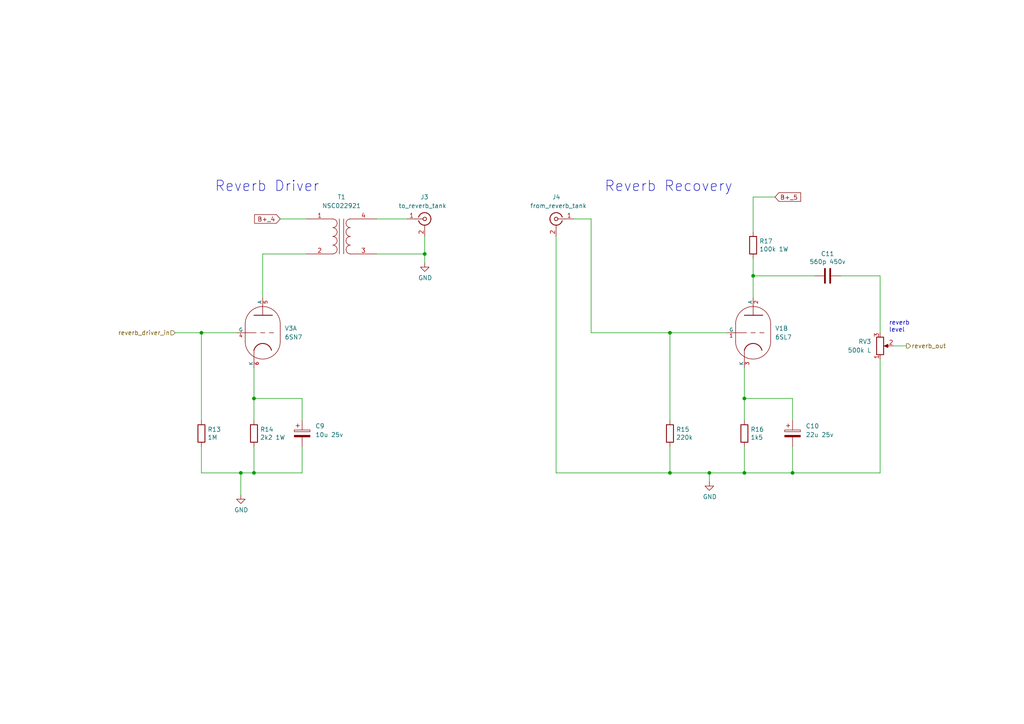
<source format=kicad_sch>
(kicad_sch (version 20211123) (generator eeschema)
  (paper "A4")
  (title_block (title "cf 12 watt class AB tube amp") (date "2022-01-03") (rev "0") (comment 1 "creativecommons.org/licenses/by/4.0/") (comment 2 "License: CC by 4.0") (comment 3 "Author: Jordan Aceto"))
  (lib_symbols
    (symbol "Connector:Conn_Coaxial" (pin_names (offset 1.016) hide)
      (property "Reference" "J" (at 0.254 3.048 0))
      (property "Value" "Conn_Coaxial" (at 2.921 0 90))
      (symbol "Conn_Coaxial_0_1"
        (arc (start -1.778 -0.508) (mid 0.222 -1.808) (end 1.778 0) (stroke (width 0.254)))
        (polyline (pts (xy -2.54 0) (xy -0.508 0)))
        (polyline (pts (xy 0 -2.54) (xy 0 -1.778)))
        (circle (center 0 0) (radius 0.508) (stroke (width 0.2032)))
        (arc (start 1.778 0) (mid 0.222 1.8083) (end -1.778 0.508) (stroke (width 0.254)))
      )
      (symbol "Conn_Coaxial_1_1"
        (pin passive line (at -5.08 0 0) (length 2.54) (name "In") (number "1"))
        (pin passive line (at 0 -5.08 90) (length 2.54) (name "Ext") (number "2"))
      )
    )
    (symbol "Device:C" (pin_numbers hide) (pin_names (offset 0.254))
      (property "Reference" "C" (at 0.635 2.54 0))
      (property "Value" "C" (at 0.635 -2.54 0))
      (symbol "C_0_1"
        (polyline (pts (xy -2.032 -0.762) (xy 2.032 -0.762)) (stroke (width 0.508)))
        (polyline (pts (xy -2.032 0.762) (xy 2.032 0.762)) (stroke (width 0.508)))
      )
      (symbol "C_1_1"
        (pin passive line (at 0 3.81 270) (length 2.794) (name "~") (number "1"))
        (pin passive line (at 0 -3.81 90) (length 2.794) (name "~") (number "2"))
      )
    )
    (symbol "Device:C_Polarized" (pin_numbers hide) (pin_names (offset 0.254))
      (property "Reference" "C" (at 0.635 2.54 0))
      (property "Value" "C_Polarized" (at 0.635 -2.54 0))
      (symbol "C_Polarized_0_1"
        (rectangle (start -2.286 0.508) (end 2.286 1.016))
        (polyline (pts (xy -1.778 2.286) (xy -0.762 2.286)))
        (polyline (pts (xy -1.27 2.794) (xy -1.27 1.778)))
        (rectangle (start 2.286 -0.508) (end -2.286 -1.016) (fill (type outline)))
      )
      (symbol "C_Polarized_1_1"
        (pin passive line (at 0 3.81 270) (length 2.794) (name "~") (number "1"))
        (pin passive line (at 0 -3.81 90) (length 2.794) (name "~") (number "2"))
      )
    )
    (symbol "Device:R" (pin_numbers hide) (pin_names (offset 0))
      (property "Reference" "R" (at 2.032 0 90))
      (property "Value" "R" (at 0 0 90))
      (symbol "R_0_1"
        (rectangle (start -1.016 -2.54) (end 1.016 2.54) (stroke (width 0.254)))
      )
      (symbol "R_1_1"
        (pin passive line (at 0 3.81 270) (length 1.27) (name "~") (number "1"))
        (pin passive line (at 0 -3.81 90) (length 1.27) (name "~") (number "2"))
      )
    )
    (symbol "Device:R_Potentiometer" (pin_names (offset 1.016) hide)
      (property "Reference" "RV" (at -4.445 0 90))
      (property "Value" "R_Potentiometer" (at -2.54 0 90))
      (symbol "R_Potentiometer_0_1"
        (polyline (pts (xy 2.54 0) (xy 1.524 0)))
        (polyline (pts (xy 1.143 0) (xy 2.286 0.508) (xy 2.286 -0.508) (xy 1.143 0)) (fill (type outline)))
        (rectangle (start 1.016 2.54) (end -1.016 -2.54) (stroke (width 0.254)))
      )
      (symbol "R_Potentiometer_1_1"
        (pin passive line (at 0 3.81 270) (length 1.27) (name "1") (number "1"))
        (pin passive line (at 3.81 0 180) (length 1.27) (name "2") (number "2"))
        (pin passive line (at 0 -3.81 90) (length 1.27) (name "3") (number "3"))
      )
    )
    (symbol "Device:Transformer_1P_1S" (pin_names (offset 1.016) hide)
      (property "Reference" "T" (at 0 6.35 0))
      (property "Value" "Transformer_1P_1S" (at 0 -7.62 0))
      (symbol "Transformer_1P_1S_0_1"
        (arc (start -2.54 -5.0546) (mid -1.6561 -4.6863) (end -1.27 -3.81))
        (arc (start -2.54 -2.5146) (mid -1.6561 -2.1463) (end -1.27 -1.27))
        (arc (start -2.54 0.0254) (mid -1.6561 0.3937) (end -1.27 1.27))
        (arc (start -2.54 2.5654) (mid -1.6561 2.9337) (end -1.27 3.81))
        (arc (start -1.27 -3.81) (mid -1.642 -2.912) (end -2.54 -2.54))
        (arc (start -1.27 -1.27) (mid -1.642 -0.372) (end -2.54 0))
        (arc (start -1.27 1.27) (mid -1.642 2.168) (end -2.54 2.54))
        (arc (start -1.27 3.81) (mid -1.642 4.708) (end -2.54 5.08))
        (polyline (pts (xy -0.635 5.08) (xy -0.635 -5.08)))
        (polyline (pts (xy 0.635 -5.08) (xy 0.635 5.08)))
        (arc (start 1.2954 -1.27) (mid 1.6599 -2.1501) (end 2.54 -2.5146))
        (arc (start 1.2954 1.27) (mid 1.6599 0.3899) (end 2.54 0.0254))
        (arc (start 1.2954 3.81) (mid 1.6599 2.9299) (end 2.54 2.5654))
        (arc (start 1.3208 -3.81) (mid 1.6853 -4.6901) (end 2.5654 -5.0546))
        (arc (start 2.54 0) (mid 1.6456 -0.3683) (end 1.2954 -1.27))
        (arc (start 2.54 2.54) (mid 1.6456 2.1717) (end 1.2954 1.27))
        (arc (start 2.54 5.08) (mid 1.6456 4.7117) (end 1.2954 3.81))
        (arc (start 2.5654 -2.54) (mid 1.671 -2.9083) (end 1.3208 -3.81))
      )
      (symbol "Transformer_1P_1S_1_1"
        (pin passive line (at -10.16 5.08 0) (length 7.62) (name "AA") (number "1"))
        (pin passive line (at -10.16 -5.08 0) (length 7.62) (name "AB") (number "2"))
        (pin passive line (at 10.16 -5.08 180) (length 7.62) (name "SA") (number "3"))
        (pin passive line (at 10.16 5.08 180) (length 7.62) (name "SB") (number "4"))
      )
    )
    (symbol "custom_symbols:6SN7" (pin_names (offset 0))
      (property "Reference" "U" (at 3.302 7.874 0))
      (property "Value" "6SN7" (at 8.89 -7.62 0))
      (symbol "6SN7_0_1"
        (arc (start -5.08 -2.54) (mid 0 -7.62) (end 5.08 -2.54))
        (polyline (pts (xy 5.08 2.54) (xy 5.08 -2.54)))
        (polyline (pts (xy -5.08 2.54) (xy -5.08 -2.54) (xy -5.08 -2.54)))
        (arc (start 5.08 2.54) (mid 0 7.62) (end -5.08 2.54))
      )
      (symbol "6SN7_1_0"
        (polyline (pts (xy -2.54 -5.08) (xy -2.54 -7.62)))
        (polyline (pts (xy 0 5.08) (xy 0 7.62)))
      )
      (symbol "6SN7_1_1"
        (polyline (pts (xy -5.08 0) (xy -3.175 0)))
        (polyline (pts (xy -1.905 0) (xy -3.175 0)) (stroke (width 0.1524)))
        (polyline (pts (xy -0.635 0) (xy 0.635 0)) (stroke (width 0.1524)))
        (polyline (pts (xy 1.905 0) (xy 3.175 0)) (stroke (width 0.1524)))
        (polyline (pts (xy -2.54 5.08) (xy 2.794 5.08) (xy 2.794 5.08)) (stroke (width 0.254)))
        (arc (start 2.54 -5.08) (mid 0 -3.0968) (end -2.54 -5.08) (stroke (width 0.254)))
        (pin input line (at -7.62 0 0) (length 2.54) (name "G") (number "4"))
        (pin output line (at 0 10.16 270) (length 2.54) (name "A") (number "5"))
        (pin bidirectional line (at -2.54 -10.16 90) (length 2.54) (name "K") (number "6"))
      )
      (symbol "6SN7_2_0"
        (polyline (pts (xy -2.54 -5.08) (xy -2.54 -7.62)))
        (polyline (pts (xy 0 5.08) (xy 0 7.62)))
      )
      (symbol "6SN7_2_1"
        (polyline (pts (xy -5.08 0) (xy -3.175 0)))
        (polyline (pts (xy -1.905 0) (xy -3.175 0)) (stroke (width 0.1524)))
        (polyline (pts (xy -0.635 0) (xy 0.635 0)) (stroke (width 0.1524)))
        (polyline (pts (xy 1.905 0) (xy 3.175 0)) (stroke (width 0.1524)))
        (polyline (pts (xy -2.54 5.08) (xy 2.794 5.08) (xy 2.794 5.08)) (stroke (width 0.254)))
        (arc (start 2.54 -5.08) (mid 0 -3.0968) (end -2.54 -5.08) (stroke (width 0.254)))
        (pin input line (at -7.62 0 0) (length 2.54) (name "G") (number "1"))
        (pin output line (at 0 10.16 270) (length 2.54) (name "A") (number "2"))
        (pin bidirectional line (at -2.54 -10.16 90) (length 2.54) (name "K") (number "3"))
      )
      (symbol "6SN7_3_1"
        (arc (start 1.27 -6.35) (mid 0 -5.5651) (end -1.27 -6.35))
        (pin passive line (at -1.27 -11.43 90) (length 5.08) (name "F1") (number "7"))
        (pin passive line (at 1.27 -11.43 90) (length 5.08) (name "F2") (number "8"))
      )
    )
    (symbol "power:GND" (power) (pin_names (offset 0))
      (property "Value" "GND" (at 0 -3.81 0))
      (symbol "GND_0_1"
        (polyline (pts (xy 0 0) (xy 0 -1.27) (xy 1.27 -1.27) (xy 0 -2.54) (xy -1.27 -1.27) (xy 0 -1.27)))
      )
      (symbol "GND_1_1"
        (pin power_in line (at 0 0 270) (length 0) hide (name "GND") (number "1"))
      )
    )
  )
  (junction (at 73.66 137.16))
  (junction (at 123.19 73.66))
  (junction (at 58.42 96.52))
  (junction (at 229.87 137.16))
  (junction (at 194.31 137.16))
  (junction (at 69.85 137.16))
  (junction (at 73.66 115.57))
  (junction (at 218.44 80.01))
  (junction (at 205.74 137.16))
  (junction (at 194.31 96.52))
  (junction (at 215.9 137.16))
  (junction (at 215.9 115.57))
  (wire (pts (xy 73.66 137.16) (xy 87.63 137.16)))
  (wire (pts (xy 171.45 96.52) (xy 194.31 96.52)))
  (wire (pts (xy 118.11 63.5) (xy 109.22 63.5)))
  (wire (pts (xy 87.63 121.92) (xy 87.63 115.57)))
  (wire (pts (xy 229.87 121.92) (xy 229.87 115.57)))
  (wire (pts (xy 73.66 115.57) (xy 73.66 121.92)))
  (wire (pts (xy 123.19 73.66) (xy 123.19 68.58)))
  (wire (pts (xy 50.8 96.52) (xy 58.42 96.52)))
  (wire (pts (xy 205.74 137.16) (xy 205.74 139.7)))
  (wire (pts (xy 161.29 137.16) (xy 194.31 137.16)))
  (wire (pts (xy 259.08 100.33) (xy 262.89 100.33)))
  (wire (pts (xy 218.44 57.15) (xy 218.44 67.31)))
  (wire (pts (xy 58.42 121.92) (xy 58.42 96.52)))
  (wire (pts (xy 171.45 63.5) (xy 171.45 96.52)))
  (wire (pts (xy 194.31 129.54) (xy 194.31 137.16)))
  (wire (pts (xy 58.42 129.54) (xy 58.42 137.16)))
  (wire (pts (xy 205.74 137.16) (xy 215.9 137.16)))
  (wire (pts (xy 76.2 73.66) (xy 88.9 73.66)))
  (wire (pts (xy 215.9 106.68) (xy 215.9 115.57)))
  (wire (pts (xy 194.31 96.52) (xy 210.82 96.52)))
  (wire (pts (xy 69.85 143.51) (xy 69.85 137.16)))
  (wire (pts (xy 229.87 137.16) (xy 229.87 129.54)))
  (wire (pts (xy 255.27 137.16) (xy 229.87 137.16)))
  (wire (pts (xy 58.42 96.52) (xy 68.58 96.52)))
  (wire (pts (xy 73.66 129.54) (xy 73.66 137.16)))
  (wire (pts (xy 166.37 63.5) (xy 171.45 63.5)))
  (wire (pts (xy 69.85 137.16) (xy 73.66 137.16)))
  (wire (pts (xy 218.44 74.93) (xy 218.44 80.01)))
  (wire (pts (xy 255.27 96.52) (xy 255.27 80.01)))
  (wire (pts (xy 58.42 137.16) (xy 69.85 137.16)))
  (wire (pts (xy 224.79 57.15) (xy 218.44 57.15)))
  (wire (pts (xy 123.19 73.66) (xy 123.19 76.2)))
  (wire (pts (xy 194.31 121.92) (xy 194.31 96.52)))
  (wire (pts (xy 236.22 80.01) (xy 218.44 80.01)))
  (wire (pts (xy 81.28 63.5) (xy 88.9 63.5)))
  (wire (pts (xy 161.29 68.58) (xy 161.29 137.16)))
  (wire (pts (xy 218.44 80.01) (xy 218.44 86.36)))
  (wire (pts (xy 109.22 73.66) (xy 123.19 73.66)))
  (wire (pts (xy 87.63 115.57) (xy 73.66 115.57)))
  (wire (pts (xy 76.2 86.36) (xy 76.2 73.66)))
  (wire (pts (xy 215.9 121.92) (xy 215.9 115.57)))
  (wire (pts (xy 87.63 137.16) (xy 87.63 129.54)))
  (wire (pts (xy 215.9 129.54) (xy 215.9 137.16)))
  (wire (pts (xy 215.9 137.16) (xy 229.87 137.16)))
  (wire (pts (xy 255.27 80.01) (xy 243.84 80.01)))
  (wire (pts (xy 73.66 106.68) (xy 73.66 115.57)))
  (wire (pts (xy 255.27 104.14) (xy 255.27 137.16)))
  (wire (pts (xy 194.31 137.16) (xy 205.74 137.16)))
  (wire (pts (xy 229.87 115.57) (xy 215.9 115.57)))
  (text "Reverb Recovery" (at 175.26 55.88 0) (effects (font (size 2.9972 2.9972)) (justify left bottom)))
  (text "reverb\nlevel" (at 257.81 96.52 0) (effects (font (size 1.27 1.27)) (justify left bottom)))
  (text "Reverb Driver" (at 62.23 55.88 0) (effects (font (size 2.9972 2.9972)) (justify left bottom)))
  (global_label "B+_5" (shape input) (at 224.79 57.15 0) (property "Intersheet References" "${INTERSHEET_REFS}" (effects hide)))
  (global_label "B+_4" (shape input) (at 81.28 63.5 180) (property "Intersheet References" "${INTERSHEET_REFS}" (effects hide)))
  (hierarchical_label "reverb_driver_in" (shape input) (at 50.8 96.52 180))
  (hierarchical_label "reverb_out" (shape output) (at 262.89 100.33 0))
  (symbol (lib_id "power:GND") (at 123.19 76.2 0) (unit 1)
    (property "Reference" "#PWR06" (effects hide))
    (property "Value" "GND" (at 123.317 80.5942 0))
  )
  (symbol (lib_id "Device:Transformer_1P_1S") (at 99.06 68.58 0) (unit 1)
    (property "Reference" "T1" (at 99.06 57.15 0))
    (property "Value" "NSC022921" (at 99.06 59.69 0))
  )
  (symbol (lib_id "Device:R") (at 73.66 125.73 0) (unit 1)
    (property "Reference" "R14" (at 75.438 124.5616 0) (effects (justify left)))
    (property "Value" "2k2 1W" (at 75.438 126.873 0) (effects (justify left)))
  )
  (symbol (lib_id "Device:R") (at 58.42 125.73 0) (unit 1)
    (property "Reference" "R13" (at 60.198 124.5616 0) (effects (justify left)))
    (property "Value" "1M" (at 60.198 126.873 0) (effects (justify left)))
  )
  (symbol (lib_id "power:GND") (at 69.85 143.51 0) (unit 1)
    (property "Reference" "#PWR05" (effects hide))
    (property "Value" "GND" (at 69.977 147.9042 0))
  )
  (symbol (lib_id "Device:R") (at 218.44 71.12 0) (unit 1)
    (property "Reference" "R17" (at 220.218 69.9516 0) (effects (justify left)))
    (property "Value" "100k 1W" (at 220.218 72.263 0) (effects (justify left)))
  )
  (symbol (lib_id "Device:R") (at 215.9 125.73 0) (unit 1)
    (property "Reference" "R16" (at 217.678 124.5616 0) (effects (justify left)))
    (property "Value" "1k5" (at 217.678 126.873 0) (effects (justify left)))
  )
  (symbol (lib_id "power:GND") (at 205.74 139.7 0) (unit 1)
    (property "Reference" "#PWR07" (effects hide))
    (property "Value" "GND" (at 205.867 144.0942 0))
  )
  (symbol (lib_id "Device:R") (at 194.31 125.73 0) (unit 1)
    (property "Reference" "R15" (at 196.088 124.5616 0) (effects (justify left)))
    (property "Value" "220k" (at 196.088 126.873 0) (effects (justify left)))
  )
  (symbol (lib_id "Device:C") (at 240.03 80.01 270) (unit 1)
    (property "Reference" "C11" (at 240.03 73.6092 90))
    (property "Value" "560p 450v" (at 240.03 75.9206 90))
  )
  (symbol (lib_id "Connector:Conn_Coaxial") (at 123.19 63.5 0) (unit 1)
    (property "Reference" "J3" (at 121.92 57.15 0) (effects (justify left)))
    (property "Value" "to_reverb_tank" (at 115.57 59.69 0) (effects (justify left)))
    (property "Datasheet" " ~" (effects hide))
  )
  (symbol (lib_id "Connector:Conn_Coaxial") (at 161.29 63.5 0) (mirror y) (unit 1)
    (property "Reference" "J4" (at 162.56 57.15 0) (effects (justify left)))
    (property "Value" "from_reverb_tank" (at 170.18 59.69 0) (effects (justify left)))
    (property "Datasheet" " ~" (effects hide))
  )
  (symbol (lib_id "custom_symbols:6SN7") (at 218.44 96.52 0) (unit 2)
    (property "Reference" "V1" (at 224.79 95.2499 0) (effects (justify left)))
    (property "Value" "6SL7" (at 224.79 97.7899 0) (effects (justify left)))
    (property "Footprint" "octal" (effects hide))
  )
  (symbol (lib_id "Device:C_Polarized") (at 229.87 125.73 0) (unit 1)
    (property "Reference" "C10" (at 233.68 123.5709 0) (effects (justify left)))
    (property "Value" "22u 25v" (at 233.68 126.1109 0) (effects (justify left)))
  )
  (symbol (lib_id "Device:C_Polarized") (at 87.63 125.73 0) (unit 1)
    (property "Reference" "C9" (at 91.44 123.5709 0) (effects (justify left)))
    (property "Value" "10u 25v" (at 91.44 126.1109 0) (effects (justify left)))
  )
  (symbol (lib_id "custom_symbols:6SN7") (at 76.2 96.52 0) (unit 1)
    (property "Reference" "V3" (at 82.55 95.2499 0) (effects (justify left)))
    (property "Value" "6SN7" (at 82.55 97.7899 0) (effects (justify left)))
    (property "Footprint" "octal" (effects hide))
  )
  (symbol (lib_id "Device:R_Potentiometer") (at 255.27 100.33 0) (mirror x) (unit 1)
    (property "Reference" "RV3" (at 252.73 99.0599 0) (effects (justify right)))
    (property "Value" "500k L" (at 252.73 101.5999 0) (effects (justify right)))
  )
)
</source>
